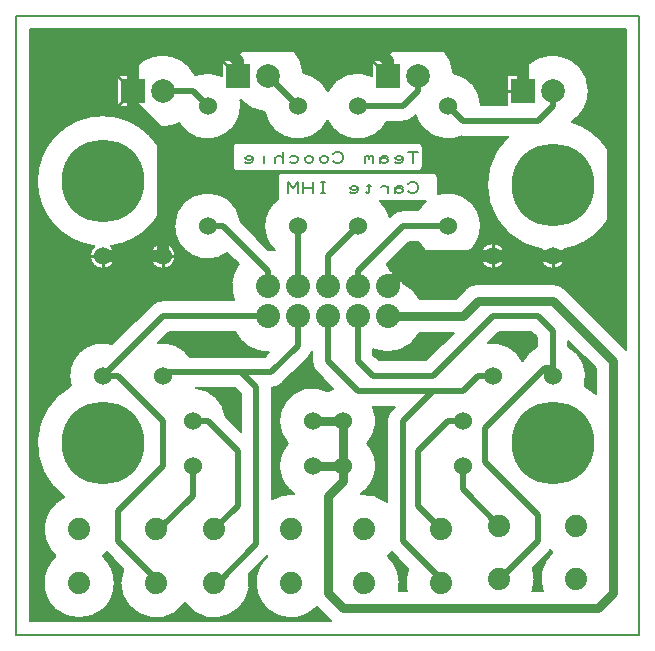
<source format=gbr>
G04 DesignSpark PCB Gerber Version 10.0 Build 5299*
G04 #@! TF.Part,Single*
G04 #@! TF.FileFunction,Copper,L2,Bot*
G04 #@! TF.FilePolarity,Positive*
%FSLAX35Y35*%
%MOIN*%
G04 #@! TA.AperFunction,ComponentPad*
%ADD71R,0.07874X0.07874*%
G04 #@! TD.AperFunction*
%ADD10C,0.00500*%
%ADD16C,0.00787*%
%ADD11C,0.01000*%
%ADD14C,0.02000*%
%ADD13C,0.03000*%
%ADD12C,0.04000*%
G04 #@! TA.AperFunction,ComponentPad*
%ADD19C,0.06000*%
%ADD18C,0.07400*%
%ADD70C,0.07874*%
%ADD17C,0.08000*%
G04 #@! TA.AperFunction,WasherPad*
%ADD15C,0.27559*%
G04 #@! TD.AperFunction*
X0Y0D02*
D02*
D10*
X26500Y45250D02*
X234000D01*
Y251500D01*
X26500D01*
Y45250D01*
X30937Y247063D02*
Y49687D01*
X131543D01*
G75*
G02*
X131229Y49979I3708J4314D01*
G01*
X126685Y54522D01*
G75*
G02*
X106226Y62600I-8635J8078D01*
G01*
G75*
G02*
X110266Y71500I11824J0D01*
G01*
G75*
G02*
X110091Y71656I7784J8905D01*
G01*
X103918Y65481D01*
G75*
G02*
X82750Y55839I-11468J-2881D01*
G01*
G75*
G02*
X62174Y67240I-9700J6761D01*
G01*
X56585Y72830D01*
G75*
G02*
X56556Y72858I3685J3714D01*
G01*
G75*
G02*
X55234Y71500I-9107J7542D01*
G01*
G75*
G02*
X59274Y62600I-7784J-8900D01*
G01*
G75*
G02*
X35626I-11824J0D01*
G01*
G75*
G02*
X39666Y71500I11824J0D01*
G01*
G75*
G02*
X42544Y91158I7784J8900D01*
G01*
G75*
G02*
X44639Y128161I12706J17842D01*
G01*
G75*
G02*
X58541Y142126I10611J3339D01*
G01*
X71580Y155165D01*
G75*
G02*
X75250Y156687I3670J-3665D01*
G01*
X99122D01*
G75*
G02*
X100589Y168825I11127J4813D01*
G01*
X96861Y172554D01*
G75*
G02*
X79126Y181500I-6611J8946D01*
G01*
G75*
G02*
X101300Y182786I11124J0D01*
G01*
X110463Y173622D01*
G75*
G02*
X112640Y173386I-212J-12121D01*
G01*
G75*
G02*
X113749Y190526I7610J8114D01*
G01*
G75*
G02*
X113606Y191106I1108J580D01*
G01*
Y197894D01*
G75*
G02*
X114856Y199144I1250J0D01*
G01*
X165644D01*
G75*
G02*
X166894Y197894I0J-1250D01*
G01*
Y192106D01*
G75*
G02*
X181374Y181500I3356J-10606D01*
G01*
G75*
G02*
X160409Y176313I-11124J0D01*
G01*
X157398D01*
X149911Y168825D01*
G75*
G02*
X151222Y166659I-9661J-7326D01*
G01*
G75*
G02*
X155409Y162472I-971J-5159D01*
G01*
G75*
G02*
X160957Y157187I-5160J-10972D01*
G01*
X172894D01*
X176229Y160521D01*
G75*
G02*
X180254Y162187I4021J-4021D01*
G01*
X205246D01*
G75*
G02*
X209271Y160521I4J-5687D01*
G01*
X229271Y140521D01*
G75*
G02*
X229563Y140207I-4022J-4023D01*
G01*
Y247063D01*
X30937D01*
X33346Y196500D02*
G75*
G02*
X77154I21904J0D01*
G01*
G75*
G02*
X57970Y174766I-21904J0D01*
G01*
G75*
G02*
X59500Y171500I-2720J-3266D01*
G01*
G75*
G02*
X51000I-4250J0D01*
G01*
G75*
G02*
X52530Y174766I4250J0D01*
G01*
G75*
G02*
X33346Y196500I2720J21734D01*
G01*
X71000Y171500D02*
G75*
G02*
X79500I4250J0D01*
G01*
G75*
G02*
X71000I-4250J0D01*
G01*
X211564Y216224D02*
G75*
G02*
X208913Y173655I-6314J-20974D01*
G01*
G75*
G02*
X209500Y171500I-3663J-2156D01*
G01*
G75*
G02*
X201000I-4250J0D01*
G01*
G75*
G02*
X201587Y173655I4250J0D01*
G01*
G75*
G02*
X190359Y211313I3663J21595D01*
G01*
X175250D01*
G75*
G02*
X174769Y211335I1J5187D01*
G01*
G75*
G02*
X159548Y218463I-4519J10165D01*
G01*
X158920Y217835D01*
G75*
G02*
X155250Y216313I-3670J3665D01*
G01*
X150091D01*
G75*
G02*
X130250Y216627I-9841J5187D01*
G01*
G75*
G02*
X109312Y219476I-10000J4873D01*
G01*
G75*
G02*
X101185Y223545I938J12024D01*
G01*
G75*
G02*
X101374Y221500I-10935J-2044D01*
G01*
G75*
G02*
X80725Y215754I-11124J0D01*
G01*
G75*
G02*
X64361Y221313I-5475J10746D01*
G01*
X60063D01*
Y231687D01*
X64361D01*
G75*
G02*
X86078Y231812I10889J-5187D01*
G01*
G75*
G02*
X95063Y231529I4171J-10312D01*
G01*
Y236687D01*
X99361D01*
G75*
G02*
X122274Y232438I10889J-5187D01*
G01*
G75*
G02*
X130250Y226373I-2024J-10938D01*
G01*
G75*
G02*
X145063Y231529I10000J-4873D01*
G01*
Y236687D01*
X149361D01*
G75*
G02*
X172274Y232438I10889J-5187D01*
G01*
G75*
G02*
X181372Y221687I-2024J-10938D01*
G01*
X190063D01*
Y231687D01*
X194361D01*
G75*
G02*
X217311Y226500I10889J-5187D01*
G01*
G75*
G02*
X211564Y216224I-12061J0D01*
G01*
X160644Y209144D02*
G75*
G02*
X161894Y207894I0J-1250D01*
G01*
Y201106D01*
G75*
G02*
X160644Y199856I-1250J0D01*
G01*
X99856D01*
G75*
G02*
X98606Y201106I0J1250D01*
G01*
Y207894D01*
G75*
G02*
X99856Y209144I1250J0D01*
G01*
X160644D01*
X181000Y171500D02*
G75*
G02*
X189500I4250J0D01*
G01*
G75*
G02*
X181000I-4250J0D01*
G01*
X31187D02*
G36*
X31187Y171500D02*
Y49937D01*
X131271D01*
G75*
G02*
X131229Y49979I4123J4204D01*
G01*
X126685Y54522D01*
G75*
G02*
X106226Y62600I-8635J8078D01*
G01*
Y62600D01*
G75*
G02*
X110266Y71500I11823J0D01*
G01*
G75*
G02*
X110091Y71656I7861J8992D01*
G01*
X103918Y65481D01*
G75*
G02*
X104274Y62600I-11469J-2881D01*
G01*
G75*
G02*
X82750Y55839I-11824J0D01*
G01*
G75*
G02*
X61226Y62600I-9700J6761D01*
G01*
G75*
G02*
X62174Y67240I11824J0D01*
G01*
X56585Y72830D01*
X56556Y72858D01*
G75*
G02*
X55234Y71500I-9147J7581D01*
G01*
G75*
G02*
X59274Y62600I-7787J-8901D01*
G01*
G75*
G02*
X35626I-11824J0D01*
G01*
Y62600D01*
G75*
G02*
X39666Y71500I11823J0D01*
G01*
G75*
G02*
X35626Y80400I7784J8900D01*
G01*
G75*
G02*
X42544Y91158I11824J0D01*
G01*
G75*
G02*
X33346Y109000I12706J17842D01*
G01*
G75*
G02*
X44639Y128161I21904J0D01*
G01*
G75*
G02*
X44126Y131500I10611J3339D01*
G01*
G75*
G02*
X58541Y142126I11124J0D01*
G01*
X71580Y155165D01*
G75*
G02*
X75250Y156687I3671J-3667D01*
G01*
X99122D01*
G75*
G02*
X98126Y161500I11126J4813D01*
G01*
G75*
G02*
X100589Y168825I12123J0D01*
G01*
X97915Y171500D01*
X95123D01*
G75*
G02*
X85377I-4873J10000D01*
G01*
X79500D01*
G75*
G02*
X71000I-4250J0D01*
G01*
X59500D01*
G75*
G02*
X51000I-4250J0D01*
G01*
X31187D01*
G37*
X149911Y168825D02*
G36*
X149911Y168825D02*
G75*
G02*
X151222Y166659I-9674J-7333D01*
G01*
G75*
G02*
X155409Y162472I-970J-5158D01*
G01*
G75*
G02*
X160957Y157187I-5161J-10972D01*
G01*
X172894D01*
X176229Y160521D01*
G75*
G02*
X180254Y162187I4022J-4023D01*
G01*
X205246D01*
G75*
G02*
X209271Y160521I3J-5689D01*
G01*
X229271Y140521D01*
G75*
G02*
X229313Y140479I-4162J-4165D01*
G01*
Y171500D01*
X209500D01*
G75*
G02*
X201000I-4250J0D01*
G01*
X189500D01*
G75*
G02*
X181000I-4250J0D01*
G01*
X175123D01*
G75*
G02*
X165377I-4873J10000D01*
G01*
X152586D01*
X149911Y168825D01*
G37*
X31187Y192827D02*
G36*
X31187Y192827D02*
Y171500D01*
X51000D01*
G75*
G02*
X52530Y174766I4251J0D01*
G01*
G75*
G02*
X33657Y192827I2720J21734D01*
G01*
X31187D01*
G37*
X59500Y171500D02*
G36*
X59500Y171500D02*
X71000D01*
G75*
G02*
X79500I4250J0D01*
G01*
X85377D01*
G75*
G02*
X79126Y181500I4873J10000D01*
G01*
G75*
G02*
X101300Y182786I11124J0D01*
G01*
X110463Y173622D01*
G75*
G02*
X112640Y173386I-208J-12082D01*
G01*
G75*
G02*
X109126Y181500I7610J8114D01*
G01*
G75*
G02*
X113749Y190526I11124J0D01*
G01*
G75*
G02*
X113606Y191106I1112J581D01*
G01*
Y192827D01*
X76843D01*
G75*
G02*
X57970Y174766I-21593J3673D01*
G01*
G75*
G02*
X59500Y171500I-2720J-3266D01*
G01*
G37*
X96861Y172554D02*
G36*
X96861Y172554D02*
G75*
G02*
X95123Y171500I-6611J8947D01*
G01*
X97915D01*
X96861Y172554D01*
G37*
X157398Y176313D02*
G36*
X157398Y176313D02*
X152586Y171500D01*
X165377D01*
G75*
G02*
X160409Y176313I4873J10000D01*
G01*
X157398D01*
G37*
X166894Y192827D02*
G36*
X166894Y192827D02*
Y192106D01*
G75*
G02*
X181374Y181500I3356J-10606D01*
G01*
G75*
G02*
X175123Y171500I-11124J0D01*
G01*
X181000D01*
G75*
G02*
X189500I4250J0D01*
G01*
X201000D01*
G75*
G02*
Y171502I4749J1D01*
G01*
G75*
G02*
X201587Y173655I4244J0D01*
G01*
G75*
G02*
X183481Y192827I3662J21595D01*
G01*
X166894D01*
G37*
X208913Y173655D02*
G36*
X208913Y173655D02*
G75*
G02*
X209500Y171500I-3668J-2157D01*
G01*
X229313D01*
Y192827D01*
X227019D01*
G75*
G02*
X208913Y173655I-21769J2424D01*
G01*
G37*
X31187Y204500D02*
G36*
X31187Y204500D02*
Y192827D01*
X33657D01*
G75*
G02*
X33346Y196500I21594J3674D01*
G01*
G75*
G02*
X34860Y204500I21904J0D01*
G01*
X31187D01*
G37*
X77154Y196500D02*
G36*
X77154Y196500D02*
G75*
G02*
X76843Y192827I-21904J0D01*
G01*
X113606D01*
Y197894D01*
G75*
G02*
X114856Y199144I1250J0D01*
G01*
X165644D01*
G75*
G02*
X166894Y197894I0J-1250D01*
G01*
Y192827D01*
X183481D01*
G75*
G02*
X183346Y195250I21772J2422D01*
G01*
G75*
G02*
X185395Y204500I21903J0D01*
G01*
X161894D01*
Y201106D01*
G75*
G02*
X160644Y199856I-1250J0D01*
G01*
X99856D01*
G75*
G02*
X98606Y201106I0J1250D01*
G01*
Y204500D01*
X75640D01*
G75*
G02*
X77154Y196500I-20391J-8000D01*
G01*
G37*
X227154Y195250D02*
G36*
X227154Y195250D02*
G75*
G02*
X227019Y192827I-21906J2D01*
G01*
X229313D01*
Y204500D01*
X225104D01*
G75*
G02*
X227154Y195250I-19855J-9250D01*
G01*
G37*
X31187Y246813D02*
G36*
X31187Y246813D02*
Y204500D01*
X34860D01*
G75*
G02*
X75640I20390J-8000D01*
G01*
X98606D01*
Y207894D01*
G75*
G02*
X99856Y209144I1250J0D01*
G01*
X160644D01*
G75*
G02*
X161894Y207894I0J-1250D01*
G01*
Y204500D01*
X185395D01*
G75*
G02*
X190359Y211313I19855J-9251D01*
G01*
X175250D01*
G75*
G02*
X174769Y211335I-4J5071D01*
G01*
G75*
G02*
X159548Y218463I-4519J10165D01*
G01*
X158920Y217835D01*
G75*
G02*
X155250Y216313I-3671J3667D01*
G01*
X150091D01*
G75*
G02*
X130250Y216627I-9841J5187D01*
G01*
G75*
G02*
X109312Y219476I-10000J4873D01*
G01*
G75*
G02*
X101185Y223545I939J12025D01*
G01*
G75*
G02*
X101374Y221504I-10900J-2041D01*
G01*
G75*
G02*
Y221500I-11816J-2D01*
G01*
G75*
G02*
X80725Y215754I-11124J0D01*
G01*
G75*
G02*
X64361Y221313I-5475J10747D01*
G01*
X60063D01*
Y231687D01*
X64361D01*
G75*
G02*
X86078Y231812I10889J-5187D01*
G01*
G75*
G02*
X95063Y231529I4172J-10311D01*
G01*
Y236687D01*
X99361D01*
G75*
G02*
X122274Y232438I10889J-5187D01*
G01*
G75*
G02*
X130250Y226373I-2024J-10938D01*
G01*
G75*
G02*
X145063Y231529I10000J-4872D01*
G01*
Y236687D01*
X149361D01*
G75*
G02*
X172274Y232438I10889J-5187D01*
G01*
G75*
G02*
X181372Y221687I-2024J-10938D01*
G01*
X190063D01*
Y231687D01*
X194361D01*
G75*
G02*
X217311Y226500I10889J-5187D01*
G01*
G75*
G02*
X211564Y216224I-12061J0D01*
G01*
G75*
G02*
X225104Y204500I-6314J-20974D01*
G01*
X229313D01*
Y246813D01*
X31187D01*
G37*
X77398Y146313D02*
X73584Y142498D01*
G75*
G02*
X84322Y137937I1666J-10998D01*
G01*
X109352D01*
X110803Y139389D01*
G75*
G02*
X99292Y146313I-553J12111D01*
G01*
X77398D01*
G36*
X77398Y146313D02*
X73584Y142498D01*
G75*
G02*
X84322Y137937I1666J-10998D01*
G01*
X109352D01*
X110803Y139389D01*
G75*
G02*
X99292Y146313I-553J12111D01*
G01*
X77398D01*
G37*
X86413Y127563D02*
G75*
G02*
X96299Y117786I-1164J-11063D01*
G01*
X101313Y112772D01*
Y125602D01*
X99352Y127563D01*
X86413D01*
G36*
X86413Y127563D02*
G75*
G02*
X96299Y117786I-1164J-11063D01*
G01*
X101313Y112772D01*
Y125602D01*
X99352Y127563D01*
X86413D01*
G37*
X111687Y127567D02*
Y90366D01*
G75*
G02*
X119195Y92169I6363J-9966D01*
G01*
G75*
G02*
X117035Y109000I6055J9331D01*
G01*
G75*
G02*
X130250Y126437I8215J7500D01*
G01*
G75*
G02*
X132213Y127202I5001J-9937D01*
G01*
X126585Y132830D01*
G75*
G02*
X125063Y136500I3665J3670D01*
G01*
Y139566D01*
G75*
G02*
X123915Y137830I-4813J1934D01*
G01*
X115170Y129085D01*
G75*
G02*
X111687Y127567I-3670J3666D01*
G01*
G36*
X111687Y127567D02*
Y90366D01*
G75*
G02*
X119195Y92169I6363J-9966D01*
G01*
G75*
G02*
X117035Y109000I6055J9331D01*
G01*
G75*
G02*
X130250Y126437I8215J7500D01*
G01*
G75*
G02*
X132213Y127202I5001J-9937D01*
G01*
X126585Y132830D01*
G75*
G02*
X125063Y136500I3665J3670D01*
G01*
Y139566D01*
G75*
G02*
X123915Y137830I-4813J1934D01*
G01*
X115170Y129085D01*
G75*
G02*
X111687Y127567I-3670J3666D01*
G01*
G37*
X143465Y109000D02*
G75*
G02*
X141305Y92169I-8216J-7500D01*
G01*
G75*
G02*
X150023Y89480I1144J-11769D01*
G01*
Y116500D01*
G75*
G02*
X151554Y120196I5227J0D01*
G01*
X152671Y121313D01*
X145279D01*
G75*
G02*
X143465Y109000I-10029J-4813D01*
G01*
G36*
X143465Y109000D02*
G75*
G02*
X141305Y92169I-8216J-7500D01*
G01*
G75*
G02*
X150023Y89480I1144J-11769D01*
G01*
Y116500D01*
G75*
G02*
X151554Y120196I5227J0D01*
G01*
X152671Y121313D01*
X145279D01*
G75*
G02*
X143465Y109000I-10029J-4813D01*
G01*
G37*
X145437Y140372D02*
Y138648D01*
X147398Y136687D01*
X163102D01*
X172228Y145813D01*
X160957D01*
G75*
G02*
X145437Y140372I-10707J5687D01*
G01*
G36*
X145437Y140372D02*
Y138648D01*
X147398Y136687D01*
X163102D01*
X172228Y145813D01*
X160957D01*
G75*
G02*
X145437Y140372I-10707J5687D01*
G01*
G37*
X147593Y189856D02*
G75*
G02*
X150952Y184537I-7343J-8356D01*
G01*
X151580Y185165D01*
G75*
G02*
X155250Y186687I3670J-3665D01*
G01*
X160409D01*
G75*
G02*
X162907Y189856I9841J-5186D01*
G01*
X147593D01*
G36*
X147593Y189856D02*
G75*
G02*
X150952Y184537I-7343J-8356D01*
G01*
X151580Y185165D01*
G75*
G02*
X155250Y186687I3670J-3665D01*
G01*
X160409D01*
G75*
G02*
X162907Y189856I9841J-5186D01*
G01*
X147593D01*
G37*
X151531Y72828D02*
G75*
G02*
X150234Y71500I-9083J7575D01*
G01*
G75*
G02*
X153909Y59687I-7785J-8900D01*
G01*
X156591D01*
G75*
G02*
X157158Y67200I11459J2913D01*
G01*
X151554Y72804D01*
G75*
G02*
X151531Y72828I3748J3646D01*
G01*
G36*
X151531Y72828D02*
G75*
G02*
X150234Y71500I-9083J7575D01*
G01*
G75*
G02*
X153909Y59687I-7785J-8900D01*
G01*
X156591D01*
G75*
G02*
X157158Y67200I11459J2913D01*
G01*
X151554Y72804D01*
G75*
G02*
X151531Y72828I3748J3646D01*
G01*
G37*
X187398Y146313D02*
X183584Y142498D01*
G75*
G02*
X195250Y136373I1666J-10998D01*
G01*
G75*
G02*
X200063Y141341I10000J-4873D01*
G01*
Y144352D01*
X198102Y146313D01*
X187398D01*
G36*
X187398Y146313D02*
X183584Y142498D01*
G75*
G02*
X195250Y136373I1666J-10998D01*
G01*
G75*
G02*
X200063Y141341I10000J-4873D01*
G01*
Y144352D01*
X198102Y146313D01*
X187398D01*
G37*
X198669Y67583D02*
G75*
G02*
X198517Y59687I-11220J-3734D01*
G01*
X201983D01*
G75*
G02*
X205266Y72750I11067J4163D01*
G01*
G75*
G02*
X204482Y73501I7785J8904D01*
G01*
G75*
G02*
X203915Y72830I-4232J2999D01*
G01*
X198669Y67583D01*
G36*
X198669Y67583D02*
G75*
G02*
X198517Y59687I-11220J-3734D01*
G01*
X201983D01*
G75*
G02*
X205266Y72750I11067J4163D01*
G01*
G75*
G02*
X204482Y73501I7785J8904D01*
G01*
G75*
G02*
X203915Y72830I-4232J2999D01*
G01*
X198669Y67583D01*
G37*
X210437Y143270D02*
Y141341D01*
G75*
G02*
X215861Y128161I-5187J-9841D01*
G01*
G75*
G02*
X219563Y125580I-10611J-19162D01*
G01*
Y134144D01*
X210437Y143270D01*
G36*
X210437Y143270D02*
Y141341D01*
G75*
G02*
X215861Y128161I-5187J-9841D01*
G01*
G75*
G02*
X219563Y125580I-10611J-19162D01*
G01*
Y134144D01*
X210437Y143270D01*
G37*
D02*
D11*
X52750Y171500D02*
X50750D01*
X55250Y169000D02*
Y167000D01*
X57750Y171500D02*
X59750D01*
X61667Y222917D02*
X59813Y221063D01*
X61667Y230083D02*
X59813Y231937D01*
X72750Y171500D02*
X70750D01*
X75250Y169000D02*
Y167000D01*
Y174000D02*
Y176000D01*
X77750Y171500D02*
X79750D01*
X96667Y235083D02*
X94813Y236937D01*
X146667Y235083D02*
X144813Y236937D01*
X152725Y163975D02*
X154139Y165389D01*
X182750Y171500D02*
X180750D01*
X185250Y169000D02*
Y167000D01*
Y174000D02*
Y176000D01*
X187750Y171500D02*
X189750D01*
X191813Y226500D02*
X189813D01*
X202750Y171500D02*
X200750D01*
X205250Y169000D02*
Y167000D01*
X207750Y171500D02*
X209750D01*
D02*
D12*
X55250D02*
X75250D01*
X65250Y226500D02*
Y221500D01*
X75250Y211500D01*
Y171500D01*
X65250Y226500D02*
Y236500D01*
X70250Y241500D01*
X95250D01*
X145250D01*
X95250D02*
X100250Y236500D01*
Y231500D01*
X145250Y241500D02*
X190250D01*
X150250Y231500D02*
Y236500D01*
X145250Y241500D01*
X185250Y171500D02*
X215250D01*
X225250Y181500D01*
Y231500D01*
X215250Y241500D01*
X190250D01*
X185250Y171500D02*
X160250D01*
X150250Y161500D01*
X190250Y241500D02*
X195250Y236500D01*
Y226500D01*
X205250Y171500D02*
X185250D01*
D02*
D13*
X125250Y101500D02*
X135250D01*
X125250Y116500D02*
X135250D01*
Y101500D02*
Y116500D01*
X150250Y151500D02*
X175250D01*
X180250Y156500D01*
X205250D01*
X225250Y136500D01*
Y59000D01*
X220250Y54000D01*
X135250D01*
X130250Y59000D01*
Y91500D01*
X135250Y96500D01*
Y101500D01*
D02*
D14*
X55250Y131500D02*
X60250D01*
X75250Y116500D01*
Y101500D01*
X60250Y86500D01*
Y76500D01*
X73050Y63700D01*
Y62600D01*
X55250Y131500D02*
X75250Y151500D01*
X110250D01*
X73050Y80400D02*
X74000D01*
X73050D02*
X74150D01*
X85250Y91500D01*
Y101500D01*
X75250Y131500D02*
Y132750D01*
X101500D01*
X75250Y226500D02*
X85250D01*
X90250Y221500D01*
X85250Y116500D02*
X90250D01*
X100250Y106500D01*
Y88200D01*
X92450Y80400D01*
Y62600D02*
X93700D01*
X106500Y75400D01*
Y127750D01*
X101500Y132750D01*
X111500D01*
X120250Y141500D01*
Y151500D01*
X110250Y161500D02*
Y166500D01*
X95250Y181500D01*
X90250D01*
X110250Y231500D02*
X120250Y221500D01*
Y181500D02*
Y161500D01*
X121500Y150250D02*
X120250D01*
X130250Y151500D02*
Y136500D01*
X140250Y126500D01*
X175250D01*
X180250Y131500D01*
X185250D01*
X140250Y161500D02*
Y166500D01*
X155250Y181500D01*
X170250D01*
X140250D02*
X130250Y171500D01*
Y161500D01*
X160250Y231500D02*
Y226500D01*
X155250Y221500D01*
X140250D01*
X170250D02*
X175250Y216500D01*
X200250D01*
X205250Y221500D01*
Y226500D01*
X175250Y101500D02*
Y93850D01*
X187450Y81650D01*
X175250Y116500D02*
X170250D01*
X160250Y106500D01*
Y88200D01*
X168050Y80400D01*
X185250Y131500D02*
X180250D01*
X175250Y126500D01*
X165250D01*
X155250Y116500D01*
Y76500D01*
X168050Y63700D01*
Y62600D01*
X187450Y63850D02*
X187600D01*
X200250Y76500D01*
Y85250D01*
X182750Y102750D01*
Y114000D01*
X202750Y134000D01*
X205250D01*
Y131500D01*
Y146500D01*
X200250Y151500D01*
X185250D01*
X165250Y131500D01*
X145250D01*
X140250Y136500D01*
Y151500D01*
D02*
D15*
X55250Y109000D03*
Y196500D03*
X205250Y109000D03*
Y195250D03*
D02*
D16*
X158687Y202437D02*
Y206187D01*
X160250D02*
X157125D01*
X152750Y202750D02*
X153063Y202437D01*
X153687D01*
X154313D01*
X154937Y202750D01*
X155250Y203375D01*
Y204313D01*
X154937Y204625D01*
X154313Y204937D01*
X153687D01*
X153063Y204625D01*
X152750Y204313D01*
Y204000D01*
X153063Y203687D01*
X153687Y203375D01*
X154313D01*
X154937Y203687D01*
X155250Y204000D01*
X150250Y204625D02*
X149625Y204937D01*
X148687D01*
X148063Y204625D01*
X147750Y204000D01*
Y203063D01*
X148063Y202750D01*
X148687Y202437D01*
X149313D01*
X149937Y202750D01*
X150250Y203063D01*
Y203375D01*
X149937Y203687D01*
X149313Y204000D01*
X148687D01*
X148063Y203687D01*
X147750Y203375D01*
Y203063D02*
Y202437D01*
X145250D02*
Y204937D01*
Y204625D02*
X144937Y204937D01*
X144313D01*
X144000Y204625D01*
Y203687D01*
Y204625D02*
X143687Y204937D01*
X143063D01*
X142750Y204625D01*
Y202437D01*
X132125Y203063D02*
X132437Y202750D01*
X133063Y202437D01*
X134000D01*
X134625Y202750D01*
X134937Y203063D01*
X135250Y203687D01*
Y204937D01*
X134937Y205563D01*
X134625Y205875D01*
X134000Y206187D01*
X133063D01*
X132437Y205875D01*
X132125Y205563D01*
X130250Y203375D02*
X129937Y202750D01*
X129313Y202437D01*
X128687D01*
X128063Y202750D01*
X127750Y203375D01*
Y204000D01*
X128063Y204625D01*
X128687Y204937D01*
X129313D01*
X129937Y204625D01*
X130250Y204000D01*
Y203375D01*
X125250D02*
X124937Y202750D01*
X124313Y202437D01*
X123687D01*
X123063Y202750D01*
X122750Y203375D01*
Y204000D01*
X123063Y204625D01*
X123687Y204937D01*
X124313D01*
X124937Y204625D01*
X125250Y204000D01*
Y203375D01*
X117750Y204625D02*
X118375Y204937D01*
X119313D01*
X119937Y204625D01*
X120250Y204000D01*
Y203375D01*
X119937Y202750D01*
X119313Y202437D01*
X118375D01*
X117750Y202750D01*
X115250Y202437D02*
Y206187D01*
Y204000D02*
X114937Y204625D01*
X114313Y204937D01*
X113687D01*
X113063Y204625D01*
X112750Y204000D01*
Y202437D01*
X109000D02*
Y204937D01*
Y205875D02*
X102750Y202750D02*
X103063Y202437D01*
X103687D01*
X104313D01*
X104937Y202750D01*
X105250Y203375D01*
Y204313D01*
X104937Y204625D01*
X104313Y204937D01*
X103687D01*
X103063Y204625D01*
X102750Y204313D01*
Y204000D01*
X103063Y203687D01*
X103687Y203375D01*
X104313D01*
X104937Y203687D01*
X105250Y204000D01*
X157125Y193063D02*
X157437Y192750D01*
X158063Y192437D01*
X159000D01*
X159625Y192750D01*
X159937Y193063D01*
X160250Y193687D01*
Y194937D01*
X159937Y195563D01*
X159625Y195875D01*
X159000Y196187D01*
X158063D01*
X157437Y195875D01*
X157125Y195563D01*
X155250Y194625D02*
X154625Y194937D01*
X153687D01*
X153063Y194625D01*
X152750Y194000D01*
Y193063D01*
X153063Y192750D01*
X153687Y192437D01*
X154313D01*
X154937Y192750D01*
X155250Y193063D01*
Y193375D01*
X154937Y193687D01*
X154313Y194000D01*
X153687D01*
X153063Y193687D01*
X152750Y193375D01*
Y193063D02*
Y192437D01*
X150250D02*
Y194937D01*
Y194000D02*
X149937Y194625D01*
X149313Y194937D01*
X148687D01*
X148063Y194625D01*
X144729Y194937D02*
X143271D01*
X144000Y195563D02*
Y192750D01*
X143687Y192437D01*
X143375D01*
X143063Y192750D01*
X137750D02*
X138063Y192437D01*
X138687D01*
X139313D01*
X139937Y192750D01*
X140250Y193375D01*
Y194313D01*
X139937Y194625D01*
X139313Y194937D01*
X138687D01*
X138063Y194625D01*
X137750Y194313D01*
Y194000D01*
X138063Y193687D01*
X138687Y193375D01*
X139313D01*
X139937Y193687D01*
X140250Y194000D01*
X129313Y192437D02*
X128063D01*
X128687D02*
Y196187D01*
X129313D02*
X128063D01*
X125250Y192437D02*
Y196187D01*
Y194313D02*
X122125D01*
Y192437D02*
Y196187D01*
X120250Y192437D02*
Y196187D01*
X118687Y194313D01*
X117125Y196187D01*
Y192437D01*
D02*
D17*
X110250Y151500D03*
Y161500D03*
X120250Y151500D03*
Y161500D03*
X130250Y151500D03*
Y161500D03*
X140250Y151500D03*
Y161500D03*
X150250Y151500D03*
Y161500D03*
D02*
D18*
X47450Y62600D03*
Y80400D03*
X73050Y62600D03*
Y80400D03*
X92450Y62600D03*
Y80400D03*
X118050Y62600D03*
Y80400D03*
X142450Y62600D03*
Y80400D03*
X168050Y62600D03*
Y80400D03*
X187450Y63850D03*
Y81650D03*
X213050Y63850D03*
Y81650D03*
D02*
D19*
X55250Y131500D03*
Y171500D03*
X75250Y131500D03*
Y171500D03*
X85250Y101500D03*
Y116500D03*
X90250Y181500D03*
Y221500D03*
X120250Y181500D03*
Y221500D03*
X125250Y101500D03*
Y116500D03*
X135250Y101500D03*
Y116500D03*
X140250Y181500D03*
Y221500D03*
X170250Y181500D03*
Y221500D03*
X175250Y101500D03*
Y116500D03*
X185250Y131500D03*
Y171500D03*
X205250Y131500D03*
Y171500D03*
D02*
D70*
X75250Y226500D03*
X110250Y231500D03*
X160250D03*
X205250Y226500D03*
D02*
D71*
X65250D03*
X100250Y231500D03*
X150250D03*
X195250Y226500D03*
X0Y0D02*
M02*

</source>
